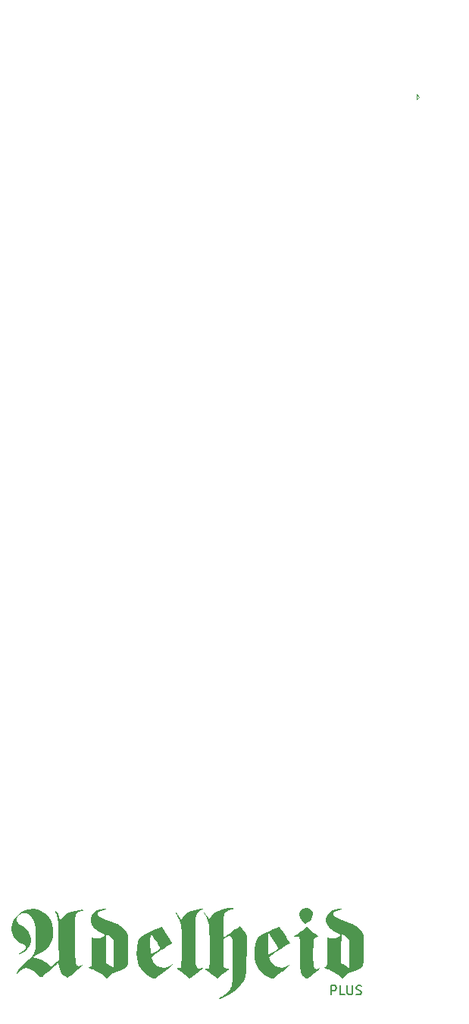
<source format=gto>
G04 #@! TF.GenerationSoftware,KiCad,Pcbnew,(5.1.9-0-10_14)*
G04 #@! TF.CreationDate,2021-10-05T14:43:53-07:00*
G04 #@! TF.ProjectId,adelheid,6164656c-6865-4696-942e-6b696361645f,2.0*
G04 #@! TF.SameCoordinates,Original*
G04 #@! TF.FileFunction,Legend,Top*
G04 #@! TF.FilePolarity,Positive*
%FSLAX46Y46*%
G04 Gerber Fmt 4.6, Leading zero omitted, Abs format (unit mm)*
G04 Created by KiCad (PCBNEW (5.1.9-0-10_14)) date 2021-10-05 14:43:53*
%MOMM*%
%LPD*%
G01*
G04 APERTURE LIST*
%ADD10C,0.150000*%
%ADD11C,0.120000*%
%ADD12C,0.100000*%
%ADD13C,4.089800*%
%ADD14C,3.150000*%
%ADD15C,1.852000*%
%ADD16C,2.102000*%
%ADD17C,0.752000*%
%ADD18O,1.002000X2.502000*%
%ADD19O,1.002000X1.802000*%
%ADD20C,4.502000*%
G04 APERTURE END LIST*
D10*
X302625333Y-147010380D02*
X302625333Y-146010380D01*
X303006285Y-146010380D01*
X303101523Y-146058000D01*
X303149142Y-146105619D01*
X303196761Y-146200857D01*
X303196761Y-146343714D01*
X303149142Y-146438952D01*
X303101523Y-146486571D01*
X303006285Y-146534190D01*
X302625333Y-146534190D01*
X304101523Y-147010380D02*
X303625333Y-147010380D01*
X303625333Y-146010380D01*
X304434857Y-146010380D02*
X304434857Y-146819904D01*
X304482476Y-146915142D01*
X304530095Y-146962761D01*
X304625333Y-147010380D01*
X304815809Y-147010380D01*
X304911047Y-146962761D01*
X304958666Y-146915142D01*
X305006285Y-146819904D01*
X305006285Y-146010380D01*
X305434857Y-146962761D02*
X305577714Y-147010380D01*
X305815809Y-147010380D01*
X305911047Y-146962761D01*
X305958666Y-146915142D01*
X306006285Y-146819904D01*
X306006285Y-146724666D01*
X305958666Y-146629428D01*
X305911047Y-146581809D01*
X305815809Y-146534190D01*
X305625333Y-146486571D01*
X305530095Y-146438952D01*
X305482476Y-146391333D01*
X305434857Y-146296095D01*
X305434857Y-146200857D01*
X305482476Y-146105619D01*
X305530095Y-146058000D01*
X305625333Y-146010380D01*
X305863428Y-146010380D01*
X306006285Y-146058000D01*
D11*
X316255400Y-39793800D02*
X316255400Y-38793800D01*
X315755400Y-39293800D02*
X316755400Y-39293800D01*
X312155400Y-46493800D02*
X312455400Y-46793800D01*
X312155400Y-47093800D02*
X312155400Y-46493800D01*
X312455400Y-46793800D02*
X312155400Y-47093800D01*
D12*
G36*
X291595280Y-137366049D02*
G01*
X291742828Y-137387656D01*
X291792190Y-137418669D01*
X291738317Y-137454996D01*
X291576158Y-137492545D01*
X291529843Y-137499908D01*
X291202873Y-137584568D01*
X290918119Y-137725931D01*
X290741901Y-137872597D01*
X290705045Y-137920321D01*
X290676674Y-137981746D01*
X290655400Y-138071979D01*
X290639838Y-138206123D01*
X290628601Y-138399285D01*
X290620302Y-138666571D01*
X290613556Y-139023085D01*
X290609232Y-139318034D01*
X290590978Y-140637087D01*
X290752250Y-140531459D01*
X290855298Y-140461019D01*
X291029980Y-140338503D01*
X291255186Y-140178838D01*
X291509809Y-139996950D01*
X291620615Y-139917399D01*
X291871814Y-139738315D01*
X292093617Y-139583071D01*
X292267927Y-139464113D01*
X292376648Y-139393887D01*
X292400485Y-139381040D01*
X292479125Y-139407219D01*
X292595608Y-139513910D01*
X292733519Y-139680892D01*
X292876445Y-139887944D01*
X293007974Y-140114846D01*
X293028270Y-140154438D01*
X293182887Y-140462425D01*
X293176084Y-142499253D01*
X293173030Y-143099797D01*
X293167302Y-143598703D01*
X293157480Y-144008742D01*
X293142143Y-144342683D01*
X293119872Y-144613297D01*
X293089247Y-144833354D01*
X293048849Y-145015624D01*
X292997256Y-145172876D01*
X292933050Y-145317881D01*
X292854809Y-145463409D01*
X292844499Y-145481361D01*
X292573989Y-145862134D01*
X292206619Y-146244847D01*
X291758860Y-146615722D01*
X291247181Y-146960980D01*
X290741901Y-147240285D01*
X290441068Y-147386221D01*
X290229520Y-147478480D01*
X290097442Y-147520563D01*
X290035016Y-147515970D01*
X290026811Y-147495321D01*
X290074419Y-147445768D01*
X290199798Y-147365064D01*
X290376777Y-147269883D01*
X290394178Y-147261258D01*
X290763145Y-147026355D01*
X291091285Y-146715640D01*
X291350596Y-146358816D01*
X291465604Y-146124751D01*
X291498627Y-146038586D01*
X291525721Y-145953682D01*
X291547597Y-145857937D01*
X291564963Y-145739251D01*
X291578526Y-145585521D01*
X291588997Y-145384649D01*
X291597082Y-145124531D01*
X291603491Y-144793068D01*
X291608933Y-144378159D01*
X291614115Y-143867702D01*
X291617161Y-143536316D01*
X291622287Y-142889980D01*
X291624595Y-142348111D01*
X291623534Y-141900780D01*
X291618556Y-141538064D01*
X291609111Y-141250034D01*
X291594650Y-141026765D01*
X291574624Y-140858332D01*
X291548484Y-140734806D01*
X291515680Y-140646263D01*
X291475662Y-140582777D01*
X291452287Y-140556837D01*
X291332694Y-140471158D01*
X291200690Y-140459161D01*
X291031766Y-140523736D01*
X290862812Y-140626332D01*
X290592260Y-140805539D01*
X290609873Y-142376285D01*
X290627487Y-143947032D01*
X290768356Y-144061023D01*
X290954072Y-144149003D01*
X291068694Y-144151608D01*
X291191963Y-144146735D01*
X291214855Y-144184192D01*
X291136305Y-144265872D01*
X290955251Y-144393671D01*
X290920060Y-144416376D01*
X290720227Y-144554216D01*
X290483961Y-144731687D01*
X290260037Y-144912062D01*
X290245238Y-144924565D01*
X289878518Y-145235664D01*
X289563228Y-144943760D01*
X289343254Y-144759252D01*
X289089947Y-144574498D01*
X288895382Y-144451631D01*
X288679363Y-144315398D01*
X288566219Y-144211560D01*
X288557232Y-144142457D01*
X288653687Y-144110426D01*
X288706959Y-144108388D01*
X288790951Y-144108041D01*
X288860453Y-144100432D01*
X288916757Y-144075708D01*
X288961150Y-144024015D01*
X288994923Y-143935499D01*
X289019364Y-143800307D01*
X289035763Y-143608586D01*
X289045410Y-143350482D01*
X289049593Y-143016142D01*
X289049603Y-142595712D01*
X289046728Y-142079339D01*
X289042863Y-141541402D01*
X289025685Y-139159964D01*
X288845186Y-138714819D01*
X288740557Y-138477864D01*
X288628443Y-138257118D01*
X288530375Y-138094453D01*
X288516016Y-138074755D01*
X288436717Y-137949617D01*
X288411595Y-137863359D01*
X288420406Y-137847043D01*
X288488244Y-137869607D01*
X288594916Y-137989061D01*
X288734149Y-138197147D01*
X288884708Y-138458126D01*
X289041074Y-138744064D01*
X289106578Y-138545585D01*
X289264621Y-138241423D01*
X289518803Y-137968870D01*
X289853226Y-137736326D01*
X290251996Y-137552189D01*
X290699214Y-137424856D01*
X291178986Y-137362726D01*
X291354596Y-137357937D01*
X291595280Y-137366049D01*
G37*
G36*
X283731568Y-139491674D02*
G01*
X283822050Y-139616367D01*
X283948326Y-139801591D01*
X284098575Y-140028854D01*
X284260977Y-140279667D01*
X284423710Y-140535540D01*
X284574953Y-140777981D01*
X284702885Y-140988501D01*
X284795685Y-141148609D01*
X284841532Y-141239816D01*
X284843981Y-141253062D01*
X284792672Y-141292154D01*
X284658426Y-141383876D01*
X284454747Y-141519298D01*
X284195140Y-141689488D01*
X283893110Y-141885517D01*
X283676085Y-142025359D01*
X283314711Y-142258061D01*
X283038704Y-142438154D01*
X282837006Y-142574611D01*
X282698554Y-142676405D01*
X282612290Y-142752507D01*
X282567152Y-142811891D01*
X282552081Y-142863529D01*
X282556015Y-142916394D01*
X282558838Y-142931715D01*
X282607921Y-143083599D01*
X282693799Y-143270134D01*
X282734813Y-143344528D01*
X282970051Y-143643173D01*
X283263346Y-143855680D01*
X283595084Y-143979048D01*
X283945652Y-144010275D01*
X284295436Y-143946362D01*
X284624822Y-143784307D01*
X284783940Y-143658042D01*
X284887085Y-143569207D01*
X284928698Y-143557120D01*
X284927048Y-143616541D01*
X284926958Y-143617029D01*
X284876946Y-143683785D01*
X284748255Y-143807812D01*
X284553854Y-143977884D01*
X284306709Y-144182773D01*
X284019787Y-144411256D01*
X283919205Y-144489439D01*
X283630352Y-144712073D01*
X283373591Y-144908895D01*
X283162109Y-145069885D01*
X283009092Y-145185024D01*
X282927725Y-145244293D01*
X282918079Y-145250114D01*
X282862477Y-145228704D01*
X282731943Y-145175592D01*
X282589874Y-145116856D01*
X282089122Y-144859411D01*
X281679611Y-144538448D01*
X281352391Y-144145693D01*
X281148777Y-143784711D01*
X281014737Y-143403361D01*
X280929647Y-142948781D01*
X280894578Y-142451655D01*
X280910604Y-141942667D01*
X280978795Y-141452504D01*
X281010914Y-141324303D01*
X282418252Y-141324303D01*
X282419310Y-141686997D01*
X282422270Y-142007811D01*
X282426814Y-142270292D01*
X282432620Y-142457986D01*
X282439371Y-142554440D01*
X282442325Y-142563793D01*
X282498207Y-142535783D01*
X282629091Y-142460402D01*
X282812772Y-142350625D01*
X282942888Y-142271312D01*
X283156350Y-142137826D01*
X283337641Y-142019945D01*
X283461016Y-141934632D01*
X283495144Y-141907467D01*
X283513012Y-141865556D01*
X283498005Y-141791635D01*
X283443464Y-141672762D01*
X283342731Y-141495996D01*
X283189145Y-141248394D01*
X283021936Y-140987814D01*
X282842818Y-140711842D01*
X282685033Y-140470264D01*
X282559104Y-140279071D01*
X282475559Y-140154255D01*
X282445608Y-140112169D01*
X282437622Y-140158388D01*
X282430554Y-140303048D01*
X282424767Y-140530174D01*
X282420619Y-140823794D01*
X282418471Y-141167935D01*
X282418252Y-141324303D01*
X281010914Y-141324303D01*
X281056485Y-141142411D01*
X281133585Y-140926776D01*
X281229592Y-140744688D01*
X281358552Y-140584967D01*
X281534514Y-140436434D01*
X281771525Y-140287912D01*
X282083634Y-140128221D01*
X282484888Y-139946182D01*
X282649142Y-139875054D01*
X282963363Y-139740985D01*
X283241348Y-139624037D01*
X283466105Y-139531224D01*
X283620646Y-139469557D01*
X283687979Y-139446049D01*
X283688702Y-139446000D01*
X283731568Y-139491674D01*
G37*
G36*
X296889226Y-139491674D02*
G01*
X296979707Y-139616367D01*
X297105984Y-139801591D01*
X297256233Y-140028854D01*
X297418635Y-140279667D01*
X297581367Y-140535540D01*
X297732610Y-140777981D01*
X297860542Y-140988501D01*
X297953342Y-141148609D01*
X297999189Y-141239816D01*
X298001639Y-141253062D01*
X297950330Y-141292154D01*
X297816083Y-141383876D01*
X297612405Y-141519298D01*
X297352798Y-141689488D01*
X297050768Y-141885517D01*
X296833743Y-142025359D01*
X296472368Y-142258061D01*
X296196362Y-142438154D01*
X295994663Y-142574611D01*
X295856212Y-142676405D01*
X295769947Y-142752507D01*
X295724810Y-142811891D01*
X295709738Y-142863529D01*
X295713673Y-142916394D01*
X295716496Y-142931715D01*
X295765579Y-143083599D01*
X295851456Y-143270134D01*
X295892470Y-143344528D01*
X296127708Y-143643173D01*
X296421003Y-143855680D01*
X296752742Y-143979048D01*
X297103310Y-144010275D01*
X297453094Y-143946362D01*
X297782479Y-143784307D01*
X297941597Y-143658042D01*
X298044743Y-143569207D01*
X298086355Y-143557120D01*
X298084705Y-143616541D01*
X298084615Y-143617029D01*
X298034603Y-143683785D01*
X297905913Y-143807812D01*
X297711511Y-143977884D01*
X297464366Y-144182773D01*
X297177445Y-144411256D01*
X297076863Y-144489439D01*
X296788010Y-144712073D01*
X296531249Y-144908895D01*
X296319767Y-145069885D01*
X296166749Y-145185024D01*
X296085383Y-145244293D01*
X296075737Y-145250114D01*
X296020134Y-145228704D01*
X295889601Y-145175592D01*
X295747532Y-145116856D01*
X295246779Y-144859411D01*
X294837269Y-144538448D01*
X294510049Y-144145693D01*
X294306435Y-143784711D01*
X294172394Y-143403361D01*
X294087304Y-142948781D01*
X294052236Y-142451655D01*
X294068262Y-141942667D01*
X294136453Y-141452504D01*
X294168571Y-141324303D01*
X295575910Y-141324303D01*
X295576968Y-141686997D01*
X295579928Y-142007811D01*
X295584471Y-142270292D01*
X295590278Y-142457986D01*
X295597028Y-142554440D01*
X295599982Y-142563793D01*
X295655865Y-142535783D01*
X295786749Y-142460402D01*
X295970429Y-142350625D01*
X296100545Y-142271312D01*
X296314007Y-142137826D01*
X296495299Y-142019945D01*
X296618674Y-141934632D01*
X296652802Y-141907467D01*
X296670669Y-141865556D01*
X296655663Y-141791635D01*
X296601122Y-141672762D01*
X296500389Y-141495996D01*
X296346803Y-141248394D01*
X296179594Y-140987814D01*
X296000476Y-140711842D01*
X295842690Y-140470264D01*
X295716762Y-140279071D01*
X295633216Y-140154255D01*
X295603265Y-140112169D01*
X295595279Y-140158388D01*
X295588212Y-140303048D01*
X295582424Y-140530174D01*
X295578276Y-140823794D01*
X295576129Y-141167935D01*
X295575910Y-141324303D01*
X294168571Y-141324303D01*
X294214142Y-141142411D01*
X294291243Y-140926776D01*
X294387250Y-140744688D01*
X294516210Y-140584967D01*
X294692172Y-140436434D01*
X294929183Y-140287912D01*
X295241292Y-140128221D01*
X295642546Y-139946182D01*
X295806800Y-139875054D01*
X296121021Y-139740985D01*
X296399005Y-139624037D01*
X296623763Y-139531224D01*
X296778303Y-139469557D01*
X296845637Y-139446049D01*
X296846359Y-139446000D01*
X296889226Y-139491674D01*
G37*
G36*
X300230991Y-139705607D02*
G01*
X300442043Y-139903073D01*
X300679506Y-140098083D01*
X300893628Y-140249904D01*
X300902699Y-140255550D01*
X301107579Y-140390291D01*
X301212136Y-140482125D01*
X301219628Y-140536745D01*
X301133309Y-140559844D01*
X301077774Y-140561541D01*
X300900346Y-140612680D01*
X300777436Y-140709053D01*
X300733808Y-140758100D01*
X300700250Y-140810622D01*
X300675218Y-140881613D01*
X300657168Y-140986066D01*
X300644556Y-141138974D01*
X300635839Y-141355330D01*
X300629471Y-141650129D01*
X300623910Y-142038362D01*
X300621572Y-142222561D01*
X300617337Y-142731148D01*
X300619899Y-143137685D01*
X300630903Y-143454424D01*
X300651992Y-143693613D01*
X300684808Y-143867501D01*
X300730995Y-143988339D01*
X300792195Y-144068375D01*
X300870052Y-144119860D01*
X300876454Y-144122841D01*
X301004164Y-144158456D01*
X301129942Y-144125220D01*
X301192840Y-144091695D01*
X301343479Y-144012763D01*
X301402208Y-144001651D01*
X301368999Y-144058406D01*
X301243829Y-144183075D01*
X301053215Y-144352789D01*
X300716632Y-144643045D01*
X300453470Y-144864529D01*
X300251044Y-145023810D01*
X300096668Y-145127456D01*
X299977657Y-145182038D01*
X299881325Y-145194124D01*
X299794988Y-145170284D01*
X299705959Y-145117087D01*
X299652134Y-145078345D01*
X299522877Y-144972610D01*
X299416308Y-144855505D01*
X299330289Y-144715407D01*
X299262681Y-144540695D01*
X299211345Y-144319748D01*
X299174141Y-144040943D01*
X299148931Y-143692660D01*
X299133576Y-143263276D01*
X299125937Y-142741171D01*
X299123907Y-142208261D01*
X299123260Y-141740937D01*
X299121462Y-141374990D01*
X299117592Y-141097382D01*
X299110729Y-140895076D01*
X299099951Y-140755034D01*
X299084338Y-140664219D01*
X299062967Y-140609594D01*
X299034918Y-140578120D01*
X299007509Y-140561095D01*
X298854803Y-140528184D01*
X298680290Y-140557944D01*
X298504856Y-140588293D01*
X298420952Y-140566727D01*
X298435542Y-140505634D01*
X298555590Y-140417400D01*
X298590746Y-140398666D01*
X298815330Y-140264184D01*
X299086245Y-140071646D01*
X299370862Y-139845795D01*
X299636550Y-139611374D01*
X299666703Y-139582799D01*
X299896009Y-139363503D01*
X300230991Y-139705607D01*
G37*
G36*
X277396383Y-137427288D02*
G01*
X277449957Y-137459147D01*
X277426881Y-137505765D01*
X277354104Y-137532920D01*
X277210866Y-137561519D01*
X277145612Y-137570853D01*
X276853743Y-137635257D01*
X276646186Y-137738745D01*
X276531537Y-137873697D01*
X276518394Y-138032492D01*
X276544748Y-138103537D01*
X276633460Y-138228475D01*
X276778263Y-138345720D01*
X276993982Y-138463702D01*
X277295440Y-138590853D01*
X277592017Y-138699158D01*
X278199948Y-138928950D01*
X278701473Y-139157567D01*
X279104432Y-139390016D01*
X279416665Y-139631299D01*
X279646013Y-139886422D01*
X279767185Y-140087483D01*
X279929739Y-140418523D01*
X279929739Y-141991721D01*
X279928366Y-142494897D01*
X279923887Y-142895640D01*
X279915764Y-143205905D01*
X279903458Y-143437645D01*
X279886431Y-143602813D01*
X279864145Y-143713363D01*
X279850384Y-143753029D01*
X279725576Y-143929321D01*
X279501461Y-144095323D01*
X279172370Y-144254621D01*
X278892857Y-144358524D01*
X278501774Y-144505093D01*
X278198562Y-144652536D01*
X277957460Y-144815092D01*
X277788802Y-144968863D01*
X277663708Y-145093432D01*
X277573049Y-145175685D01*
X277543703Y-145195325D01*
X277492332Y-145157445D01*
X277398648Y-145064240D01*
X277379688Y-145043775D01*
X277192287Y-144876699D01*
X276929952Y-144692046D01*
X276625925Y-144509494D01*
X276313453Y-144348721D01*
X276025778Y-144229407D01*
X275975814Y-144212778D01*
X275728508Y-144122781D01*
X275589609Y-144044214D01*
X275560657Y-143978541D01*
X275643196Y-143927220D01*
X275667113Y-143920370D01*
X275732696Y-143891381D01*
X275784702Y-143834557D01*
X275824648Y-143737940D01*
X275854050Y-143589571D01*
X275874425Y-143377492D01*
X275887290Y-143089743D01*
X275894160Y-142714368D01*
X275896554Y-142239406D01*
X275896631Y-142110643D01*
X275896631Y-141929968D01*
X277441225Y-141929968D01*
X277441225Y-143527225D01*
X277612168Y-143564770D01*
X277745008Y-143623359D01*
X277915911Y-143737228D01*
X278055524Y-143853080D01*
X278197014Y-143981780D01*
X278300545Y-144073042D01*
X278342239Y-144106116D01*
X278345983Y-144051962D01*
X278349361Y-143898009D01*
X278352240Y-143658875D01*
X278354484Y-143349174D01*
X278355961Y-142983524D01*
X278356537Y-142576541D01*
X278356541Y-142543649D01*
X278356267Y-142079511D01*
X278354741Y-141715549D01*
X278350908Y-141437526D01*
X278343711Y-141231204D01*
X278332095Y-141082344D01*
X278315003Y-140976710D01*
X278291379Y-140900062D01*
X278260167Y-140838164D01*
X278226133Y-140785399D01*
X278089992Y-140633509D01*
X277906712Y-140490624D01*
X277715062Y-140382320D01*
X277553810Y-140334171D01*
X277541338Y-140333653D01*
X277511882Y-140340194D01*
X277488821Y-140368681D01*
X277471379Y-140431486D01*
X277458781Y-140540977D01*
X277450250Y-140709525D01*
X277445011Y-140949500D01*
X277442289Y-141273271D01*
X277441306Y-141693209D01*
X277441225Y-141929968D01*
X275896631Y-141929968D01*
X275896631Y-140635211D01*
X276193045Y-140693819D01*
X276450756Y-140718948D01*
X276713660Y-140701440D01*
X276957177Y-140648421D01*
X277156724Y-140567016D01*
X277287721Y-140464351D01*
X277326811Y-140365179D01*
X277278113Y-140312459D01*
X277149855Y-140233681D01*
X276968794Y-140145069D01*
X276950714Y-140137119D01*
X276630962Y-139963686D01*
X276325144Y-139736762D01*
X276063002Y-139482369D01*
X275874281Y-139226528D01*
X275843592Y-139168576D01*
X275738510Y-138830793D01*
X275740358Y-138493170D01*
X275843163Y-138174416D01*
X276040956Y-137893242D01*
X276321124Y-137672225D01*
X276483445Y-137595538D01*
X276680956Y-137528917D01*
X276892331Y-137475571D01*
X277096244Y-137438710D01*
X277271370Y-137421546D01*
X277396383Y-137427288D01*
G37*
G36*
X288426206Y-137404153D02*
G01*
X288372211Y-137455089D01*
X288255674Y-137510424D01*
X288185334Y-137532479D01*
X287898199Y-137665650D01*
X287678546Y-137885737D01*
X287538427Y-138179565D01*
X287517290Y-138262751D01*
X287501593Y-138394397D01*
X287488000Y-138623347D01*
X287476521Y-138934870D01*
X287467166Y-139314237D01*
X287459947Y-139746717D01*
X287454873Y-140217581D01*
X287451954Y-140712097D01*
X287451200Y-141215536D01*
X287452623Y-141713168D01*
X287456231Y-142190263D01*
X287462036Y-142632089D01*
X287470047Y-143023918D01*
X287480275Y-143351019D01*
X287492730Y-143598662D01*
X287507422Y-143752117D01*
X287513454Y-143782170D01*
X287605408Y-143970956D01*
X287756445Y-144069505D01*
X287975241Y-144081615D01*
X288130314Y-144052126D01*
X288285511Y-144018957D01*
X288387253Y-144008278D01*
X288405297Y-144012399D01*
X288372326Y-144051586D01*
X288263613Y-144133664D01*
X288101246Y-144242193D01*
X288069397Y-144262406D01*
X287854984Y-144406196D01*
X287598757Y-144590838D01*
X287346216Y-144783244D01*
X287272335Y-144842080D01*
X287081325Y-144992251D01*
X286921917Y-145110106D01*
X286815693Y-145180087D01*
X286786074Y-145192615D01*
X286726275Y-145154624D01*
X286603851Y-145054334D01*
X286438773Y-144908623D01*
X286312510Y-144792361D01*
X286101839Y-144606543D01*
X285890253Y-144438863D01*
X285710228Y-144314310D01*
X285640325Y-144275103D01*
X285468280Y-144177986D01*
X285402166Y-144106246D01*
X285443105Y-144063061D01*
X285561405Y-144051180D01*
X285644609Y-144049096D01*
X285713298Y-144036172D01*
X285768863Y-144002401D01*
X285812696Y-143937776D01*
X285846187Y-143832289D01*
X285870728Y-143675934D01*
X285887710Y-143458703D01*
X285898525Y-143170590D01*
X285904563Y-142801586D01*
X285907216Y-142341685D01*
X285907875Y-141780879D01*
X285907892Y-141558894D01*
X285907502Y-140986466D01*
X285905995Y-140516352D01*
X285902864Y-140136453D01*
X285897600Y-139834672D01*
X285889697Y-139598909D01*
X285878648Y-139417065D01*
X285863945Y-139277043D01*
X285845081Y-139166743D01*
X285821549Y-139074067D01*
X285801037Y-139010314D01*
X285689462Y-138727183D01*
X285548512Y-138427391D01*
X285401160Y-138157297D01*
X285303802Y-138006970D01*
X285255029Y-137906379D01*
X285266157Y-137851896D01*
X285332482Y-137874304D01*
X285437109Y-137986033D01*
X285569167Y-138173095D01*
X285717789Y-138421502D01*
X285740074Y-138461794D01*
X285890348Y-138736146D01*
X285988273Y-138479733D01*
X286121082Y-138228855D01*
X286318220Y-138018080D01*
X286590513Y-137841246D01*
X286948787Y-137692187D01*
X287403869Y-137564740D01*
X287709919Y-137499562D01*
X287942407Y-137454048D01*
X288144784Y-137413928D01*
X288279868Y-137386585D01*
X288296293Y-137383139D01*
X288405089Y-137374531D01*
X288426206Y-137404153D01*
G37*
G36*
X303711699Y-137427288D02*
G01*
X303765273Y-137459147D01*
X303742196Y-137505765D01*
X303669420Y-137532920D01*
X303526181Y-137561519D01*
X303460927Y-137570853D01*
X303169058Y-137635257D01*
X302961501Y-137738745D01*
X302846853Y-137873697D01*
X302833709Y-138032492D01*
X302860063Y-138103537D01*
X302948775Y-138228475D01*
X303093579Y-138345720D01*
X303309298Y-138463702D01*
X303610756Y-138590853D01*
X303907332Y-138699158D01*
X304515264Y-138928950D01*
X305016789Y-139157567D01*
X305419747Y-139390016D01*
X305731980Y-139631299D01*
X305961328Y-139886422D01*
X306082500Y-140087483D01*
X306245054Y-140418523D01*
X306245054Y-141991721D01*
X306243681Y-142494897D01*
X306239202Y-142895640D01*
X306231079Y-143205905D01*
X306218773Y-143437645D01*
X306201747Y-143602813D01*
X306179460Y-143713363D01*
X306165699Y-143753029D01*
X306040891Y-143929321D01*
X305816776Y-144095323D01*
X305487685Y-144254621D01*
X305208172Y-144358524D01*
X304817089Y-144505093D01*
X304513877Y-144652536D01*
X304272775Y-144815092D01*
X304104118Y-144968863D01*
X303979023Y-145093432D01*
X303888364Y-145175685D01*
X303859018Y-145195325D01*
X303807648Y-145157445D01*
X303713963Y-145064240D01*
X303695004Y-145043775D01*
X303507603Y-144876699D01*
X303245267Y-144692046D01*
X302941241Y-144509494D01*
X302628768Y-144348721D01*
X302341094Y-144229407D01*
X302291129Y-144212778D01*
X302043824Y-144122781D01*
X301904924Y-144044214D01*
X301875972Y-143978541D01*
X301958511Y-143927220D01*
X301982428Y-143920370D01*
X302048011Y-143891381D01*
X302100018Y-143834557D01*
X302139963Y-143737940D01*
X302169366Y-143589571D01*
X302189741Y-143377492D01*
X302202605Y-143089743D01*
X302209476Y-142714368D01*
X302211869Y-142239406D01*
X302211946Y-142110643D01*
X302211946Y-141929968D01*
X303756541Y-141929968D01*
X303756541Y-143527225D01*
X303927483Y-143564770D01*
X304060323Y-143623359D01*
X304231226Y-143737228D01*
X304370839Y-143853080D01*
X304512329Y-143981780D01*
X304615861Y-144073042D01*
X304657554Y-144106116D01*
X304661298Y-144051962D01*
X304664677Y-143898009D01*
X304667555Y-143658875D01*
X304669800Y-143349174D01*
X304671277Y-142983524D01*
X304671853Y-142576541D01*
X304671856Y-142543649D01*
X304671582Y-142079511D01*
X304670057Y-141715549D01*
X304666223Y-141437526D01*
X304659027Y-141231204D01*
X304647410Y-141082344D01*
X304630318Y-140976710D01*
X304606694Y-140900062D01*
X304575483Y-140838164D01*
X304541448Y-140785399D01*
X304405307Y-140633509D01*
X304222027Y-140490624D01*
X304030377Y-140382320D01*
X303869125Y-140334171D01*
X303856653Y-140333653D01*
X303827197Y-140340194D01*
X303804136Y-140368681D01*
X303786694Y-140431486D01*
X303774096Y-140540977D01*
X303765565Y-140709525D01*
X303760327Y-140949500D01*
X303757604Y-141273271D01*
X303756622Y-141693209D01*
X303756541Y-141929968D01*
X302211946Y-141929968D01*
X302211946Y-140635211D01*
X302508361Y-140693819D01*
X302766071Y-140718948D01*
X303028975Y-140701440D01*
X303272492Y-140648421D01*
X303472039Y-140567016D01*
X303603036Y-140464351D01*
X303642126Y-140365179D01*
X303593428Y-140312459D01*
X303465170Y-140233681D01*
X303284109Y-140145069D01*
X303266030Y-140137119D01*
X302946278Y-139963686D01*
X302640459Y-139736762D01*
X302378317Y-139482369D01*
X302189597Y-139226528D01*
X302158908Y-139168576D01*
X302053826Y-138830793D01*
X302055673Y-138493170D01*
X302158478Y-138174416D01*
X302356271Y-137893242D01*
X302636440Y-137672225D01*
X302798760Y-137595538D01*
X302996271Y-137528917D01*
X303207646Y-137475571D01*
X303411560Y-137438710D01*
X303586686Y-137421546D01*
X303711699Y-137427288D01*
G37*
G36*
X269491850Y-137452078D02*
G01*
X269682185Y-137468612D01*
X269848368Y-137509581D01*
X270035475Y-137584668D01*
X270188007Y-137655567D01*
X270640085Y-137924713D01*
X270999979Y-138259511D01*
X271268147Y-138660956D01*
X271445046Y-139130042D01*
X271531134Y-139667765D01*
X271526869Y-140275119D01*
X271502941Y-140513960D01*
X271430641Y-140921286D01*
X271314198Y-141268725D01*
X271141490Y-141571105D01*
X270900392Y-141843259D01*
X270578778Y-142100016D01*
X270164524Y-142356206D01*
X269866250Y-142515927D01*
X269297478Y-142808086D01*
X269902731Y-143021066D01*
X270316149Y-143177119D01*
X270636368Y-143324871D01*
X270882818Y-143476163D01*
X271074925Y-143642839D01*
X271225660Y-143827458D01*
X271267635Y-143880562D01*
X271311809Y-143899374D01*
X271376571Y-143874476D01*
X271480311Y-143796448D01*
X271641421Y-143655873D01*
X271748939Y-143559453D01*
X272185303Y-143167359D01*
X272164196Y-140963436D01*
X272157805Y-140361191D01*
X272150311Y-139860510D01*
X272140352Y-139448541D01*
X272126564Y-139112435D01*
X272107582Y-138839340D01*
X272082043Y-138616407D01*
X272048582Y-138430784D01*
X272005837Y-138269622D01*
X271952444Y-138120069D01*
X271887037Y-137969275D01*
X271834708Y-137858856D01*
X271773348Y-137700393D01*
X271760701Y-137592149D01*
X271770451Y-137571144D01*
X271835204Y-137572744D01*
X271922030Y-137665043D01*
X272019824Y-137829240D01*
X272117482Y-138046535D01*
X272203900Y-138298128D01*
X272207846Y-138311685D01*
X272327815Y-138727624D01*
X272532144Y-138453932D01*
X272788946Y-138193305D01*
X273137821Y-137964052D01*
X273558643Y-137775142D01*
X274031286Y-137635541D01*
X274535624Y-137554217D01*
X274555643Y-137552351D01*
X274780508Y-137541368D01*
X274927274Y-137551625D01*
X274987986Y-137576908D01*
X274954690Y-137611001D01*
X274819430Y-137647690D01*
X274701546Y-137666346D01*
X274403931Y-137748496D01*
X274192788Y-137905038D01*
X274066860Y-138136922D01*
X274063628Y-138147605D01*
X274046355Y-138264899D01*
X274032899Y-138487649D01*
X274023233Y-138817448D01*
X274017331Y-139255889D01*
X274015169Y-139804566D01*
X274016721Y-140465071D01*
X274019346Y-140904784D01*
X274023838Y-141511998D01*
X274028268Y-142015506D01*
X274033164Y-142426014D01*
X274039054Y-142754229D01*
X274046466Y-143010857D01*
X274055928Y-143206604D01*
X274067967Y-143352178D01*
X274083111Y-143458284D01*
X274101887Y-143535629D01*
X274124825Y-143594920D01*
X274152450Y-143646863D01*
X274154708Y-143650730D01*
X274286695Y-143812555D01*
X274432276Y-143861848D01*
X274600050Y-143800030D01*
X274683101Y-143738009D01*
X274798289Y-143655767D01*
X274874077Y-143628708D01*
X274884873Y-143634952D01*
X274851755Y-143684045D01*
X274743877Y-143794959D01*
X274573929Y-143955737D01*
X274354601Y-144154426D01*
X274098586Y-144379068D01*
X274055677Y-144416095D01*
X273762082Y-144667937D01*
X273541448Y-144853370D01*
X273380525Y-144981203D01*
X273266061Y-145060249D01*
X273184807Y-145099318D01*
X273123511Y-145107222D01*
X273068923Y-145092771D01*
X273050250Y-145084656D01*
X272718596Y-144876367D01*
X272467752Y-144589541D01*
X272296337Y-144222043D01*
X272203547Y-143776899D01*
X272176168Y-143594547D01*
X272144564Y-143471018D01*
X272117593Y-143433982D01*
X272063039Y-143476000D01*
X271937975Y-143583217D01*
X271756188Y-143743470D01*
X271531464Y-143944596D01*
X271277591Y-144174433D01*
X271255883Y-144194198D01*
X270993958Y-144432011D01*
X270754291Y-144648162D01*
X270552308Y-144828851D01*
X270403438Y-144960280D01*
X270323106Y-145028649D01*
X270321987Y-145029526D01*
X270261547Y-145068519D01*
X270202759Y-145071403D01*
X270124933Y-145026552D01*
X270007377Y-144922335D01*
X269842168Y-144759858D01*
X269504306Y-144465101D01*
X269159518Y-144241823D01*
X268827046Y-144100393D01*
X268527092Y-144051180D01*
X268230323Y-144103341D01*
X267947568Y-144245176D01*
X267717862Y-144454717D01*
X267656518Y-144541123D01*
X267561218Y-144670049D01*
X267492125Y-144699545D01*
X267468287Y-144684458D01*
X267461648Y-144601967D01*
X267525382Y-144458182D01*
X267646450Y-144270127D01*
X267811814Y-144054823D01*
X268008434Y-143829293D01*
X268223272Y-143610557D01*
X268435012Y-143422390D01*
X268797583Y-143119921D01*
X269078580Y-142863900D01*
X269288306Y-142632590D01*
X269437065Y-142404257D01*
X269535162Y-142157164D01*
X269592900Y-141869577D01*
X269620584Y-141519759D01*
X269628518Y-141085974D01*
X269628523Y-140904784D01*
X269611100Y-140207041D01*
X269561078Y-139613466D01*
X269476466Y-139117984D01*
X269355271Y-138714518D01*
X269195501Y-138396992D01*
X268995164Y-138159329D01*
X268752268Y-137995454D01*
X268661781Y-137956283D01*
X268350931Y-137892782D01*
X268047141Y-137930776D01*
X267775217Y-138062301D01*
X267559968Y-138279391D01*
X267534456Y-138318269D01*
X267449102Y-138549210D01*
X267474150Y-138779321D01*
X267605749Y-139001732D01*
X267840047Y-139209571D01*
X268126390Y-139374132D01*
X268496765Y-139607541D01*
X268774702Y-139908080D01*
X268959194Y-140274093D01*
X269049232Y-140703925D01*
X269058646Y-140904784D01*
X269050582Y-141168128D01*
X269017525Y-141366293D01*
X268949934Y-141547464D01*
X268918865Y-141610874D01*
X268684454Y-141950035D01*
X268362062Y-142219696D01*
X267948913Y-142421982D01*
X267787509Y-142475717D01*
X267679693Y-142494572D01*
X267657595Y-142469058D01*
X267709639Y-142415011D01*
X267824248Y-142348264D01*
X267906345Y-142313174D01*
X268162826Y-142182548D01*
X268359992Y-142017472D01*
X268479361Y-141837379D01*
X268505505Y-141683193D01*
X268480289Y-141572317D01*
X268412092Y-141496757D01*
X268271408Y-141428710D01*
X268211077Y-141405760D01*
X267775500Y-141190661D01*
X267421888Y-140902341D01*
X267156600Y-140549606D01*
X266985994Y-140141261D01*
X266916429Y-139686112D01*
X266915099Y-139611043D01*
X266970316Y-139163716D01*
X267128035Y-138734577D01*
X267376360Y-138339969D01*
X267703394Y-137996237D01*
X268097238Y-137719723D01*
X268393760Y-137579739D01*
X268627245Y-137506337D01*
X268882975Y-137465528D01*
X269204656Y-137450564D01*
X269232289Y-137450299D01*
X269491850Y-137452078D01*
G37*
G36*
X300244863Y-137458528D02*
G01*
X300429658Y-137619427D01*
X300540805Y-137838183D01*
X300571570Y-138095067D01*
X300515216Y-138370352D01*
X300406337Y-138585330D01*
X300297278Y-138714821D01*
X300144646Y-138853415D01*
X299981327Y-138975688D01*
X299840211Y-139056214D01*
X299774047Y-139074153D01*
X299688426Y-139038773D01*
X299559928Y-138949482D01*
X299500480Y-138900018D01*
X299301122Y-138672930D01*
X299151447Y-138401142D01*
X299072569Y-138126847D01*
X299065550Y-138030751D01*
X299118054Y-137794707D01*
X299261641Y-137596933D01*
X299475418Y-137452193D01*
X299738494Y-137375253D01*
X299993158Y-137375213D01*
X300244863Y-137458528D01*
G37*
%LPC*%
D13*
X145028937Y-143670541D03*
X121674685Y-138706442D03*
D14*
X141860363Y-158577511D03*
X118506111Y-153613411D03*
D15*
X136604490Y-150319291D03*
X126666510Y-148206909D03*
D13*
X131635500Y-149263100D03*
X142707377Y-143175241D03*
X119353125Y-138211142D03*
D14*
X139538803Y-158082211D03*
X116184551Y-153118111D03*
D15*
X134282930Y-149823991D03*
X124344950Y-147711609D03*
D13*
X129313940Y-148767800D03*
D15*
X101666790Y-142884711D03*
X91728810Y-140772329D03*
D13*
X96697800Y-141828520D03*
D16*
X318755400Y-32293800D03*
X313755400Y-32293800D03*
G36*
G01*
X322855400Y-40944800D02*
X320855400Y-40944800D01*
G75*
G02*
X320804400Y-40893800I0J51000D01*
G01*
X320804400Y-37693800D01*
G75*
G02*
X320855400Y-37642800I51000J0D01*
G01*
X322855400Y-37642800D01*
G75*
G02*
X322906400Y-37693800I0J-51000D01*
G01*
X322906400Y-40893800D01*
G75*
G02*
X322855400Y-40944800I-51000J0D01*
G01*
G37*
G36*
G01*
X311655400Y-40944800D02*
X309655400Y-40944800D01*
G75*
G02*
X309604400Y-40893800I0J51000D01*
G01*
X309604400Y-37693800D01*
G75*
G02*
X309655400Y-37642800I51000J0D01*
G01*
X311655400Y-37642800D01*
G75*
G02*
X311706400Y-37693800I0J-51000D01*
G01*
X311706400Y-40893800D01*
G75*
G02*
X311655400Y-40944800I-51000J0D01*
G01*
G37*
X318755400Y-46793800D03*
X316255400Y-46793800D03*
G36*
G01*
X314755400Y-47844800D02*
X312755400Y-47844800D01*
G75*
G02*
X312704400Y-47793800I0J51000D01*
G01*
X312704400Y-45793800D01*
G75*
G02*
X312755400Y-45742800I51000J0D01*
G01*
X314755400Y-45742800D01*
G75*
G02*
X314806400Y-45793800I0J-51000D01*
G01*
X314806400Y-47793800D01*
G75*
G02*
X314755400Y-47844800I-51000J0D01*
G01*
G37*
D17*
X174251700Y-30535000D03*
X172551700Y-30535000D03*
X173401700Y-30535000D03*
X175101700Y-30535000D03*
X175951700Y-30535000D03*
X176801700Y-30535000D03*
X177651700Y-30535000D03*
X178501700Y-30535000D03*
X172551700Y-29210000D03*
X173406700Y-29210000D03*
X174256700Y-29210000D03*
X175106700Y-29210000D03*
X175956700Y-29210000D03*
X176806700Y-29210000D03*
X177656700Y-29210000D03*
X178506700Y-29210000D03*
D18*
X171201700Y-29555000D03*
X179851700Y-29555000D03*
D19*
X171201700Y-26175000D03*
X179851700Y-26175000D03*
D15*
X187820220Y-136489258D03*
X177882240Y-138601640D03*
D13*
X182851230Y-137545449D03*
D15*
X303377600Y-82130900D03*
X293217600Y-82130900D03*
D13*
X298297600Y-82130900D03*
X313182000Y-63080900D03*
D15*
X308102000Y-63080900D03*
X318262000Y-63080900D03*
D14*
X301244000Y-56095900D03*
X325120000Y-56095900D03*
D13*
X301244000Y-71335900D03*
X325120000Y-71335900D03*
D15*
X194287890Y-52360009D03*
X184349910Y-54472391D03*
D13*
X189318900Y-53416200D03*
X331177900Y-92925900D03*
X307301900Y-92925900D03*
D14*
X331177900Y-108165900D03*
X307301900Y-108165900D03*
D15*
X324319900Y-101180900D03*
X314159900Y-101180900D03*
D13*
X319239900Y-101180900D03*
D15*
X46596300Y-101180900D03*
X36436300Y-101180900D03*
D13*
X41516300Y-101180900D03*
D15*
X53060600Y-82143600D03*
X42900600Y-82143600D03*
D13*
X47980600Y-82143600D03*
D15*
X257000490Y-141247309D03*
X247062510Y-143359691D03*
D13*
X252031500Y-142303500D03*
D15*
X44856400Y-139293600D03*
X34696400Y-139293600D03*
D13*
X39776400Y-139293600D03*
D15*
X360045000Y-144043400D03*
X349885000Y-144043400D03*
D13*
X354965000Y-144043400D03*
D15*
X360032300Y-96418400D03*
X349872300Y-96418400D03*
D13*
X354952300Y-96418400D03*
D15*
X355765100Y-77368400D03*
X345605100Y-77368400D03*
D13*
X350685100Y-77368400D03*
D15*
X351612200Y-58331100D03*
X341452200Y-58331100D03*
D13*
X346532200Y-58331100D03*
D15*
X327787000Y-63080900D03*
X317627000Y-63080900D03*
D13*
X322707000Y-63080900D03*
D15*
X347395800Y-39281100D03*
X337235800Y-39281100D03*
D13*
X342315800Y-39281100D03*
D15*
X340995000Y-144043400D03*
X330835000Y-144043400D03*
D13*
X335915000Y-144043400D03*
D15*
X340995000Y-124993400D03*
X330835000Y-124993400D03*
D13*
X335915000Y-124993400D03*
D15*
X327190100Y-82143600D03*
X317030100Y-82143600D03*
D13*
X322110100Y-82143600D03*
D15*
X308749700Y-63093600D03*
X298589700Y-63093600D03*
D13*
X303669700Y-63093600D03*
D15*
X321335400Y-39293800D03*
X311175400Y-39293800D03*
D13*
X316255400Y-39293800D03*
D15*
X321932300Y-144043400D03*
X311772300Y-144043400D03*
D13*
X316852300Y-144043400D03*
D15*
X289687000Y-63093600D03*
X279527000Y-63093600D03*
D13*
X284607000Y-63093600D03*
D15*
X294767000Y-37795200D03*
X284607000Y-37795200D03*
D13*
X289687000Y-37795200D03*
D15*
X310057800Y-120243600D03*
X299897800Y-120243600D03*
D13*
X304977800Y-120243600D03*
D15*
X293370000Y-101206300D03*
X283210000Y-101206300D03*
D13*
X288290000Y-101206300D03*
D15*
X284340300Y-82130900D03*
X274180300Y-82130900D03*
D13*
X279260300Y-82130900D03*
D15*
X270649700Y-61595000D03*
X260489700Y-61595000D03*
D13*
X265569700Y-61595000D03*
D15*
X275704300Y-37795200D03*
X265544300Y-37795200D03*
D13*
X270624300Y-37795200D03*
D15*
X283845000Y-120230900D03*
X273685000Y-120230900D03*
D13*
X278765000Y-120230900D03*
D15*
X274320000Y-101206300D03*
X264160000Y-101206300D03*
D13*
X269240000Y-101206300D03*
D15*
X263731490Y-81404909D03*
X253793510Y-83517291D03*
D13*
X258762500Y-82461100D03*
D15*
X250485390Y-64767909D03*
X240547410Y-66880291D03*
D13*
X245516400Y-65824100D03*
D15*
X254828790Y-39482209D03*
X244890810Y-41594591D03*
D13*
X249859800Y-40538400D03*
D15*
X262359890Y-120635209D03*
X252421910Y-122747591D03*
D13*
X257390900Y-121691400D03*
D15*
X253711190Y-102994909D03*
X243773210Y-105107291D03*
D13*
X248742200Y-104051100D03*
D15*
X245100590Y-85354609D03*
X235162610Y-87466991D03*
D13*
X240131600Y-86410800D03*
D15*
X231829090Y-68704909D03*
X221891110Y-70817291D03*
D13*
X226860100Y-69761100D03*
D15*
X236197890Y-43444609D03*
X226259910Y-45556991D03*
D13*
X231228900Y-44500800D03*
D15*
X243716290Y-124597609D03*
X233778310Y-126709991D03*
D13*
X238747300Y-125653800D03*
D15*
X235105690Y-106931909D03*
X225167710Y-109044291D03*
D13*
X230136700Y-107988100D03*
D15*
X226469690Y-89317009D03*
X216531710Y-91429391D03*
D13*
X221500700Y-90373200D03*
D15*
X213223590Y-72680009D03*
X203285610Y-74792391D03*
D13*
X208254600Y-73736200D03*
D15*
X212918790Y-48397609D03*
X202980810Y-50509991D03*
D13*
X207949800Y-49453800D03*
X222406415Y-140154242D03*
X199052163Y-145118341D03*
D14*
X225574989Y-155061211D03*
X202220737Y-160025311D03*
D15*
X217414590Y-149654709D03*
X207476610Y-151767091D03*
D13*
X212445600Y-150710900D03*
D15*
X225098090Y-128560009D03*
X215160110Y-130672391D03*
D13*
X220129100Y-129616200D03*
D15*
X216474790Y-110907009D03*
X206536810Y-113019391D03*
D13*
X211505800Y-111963200D03*
D15*
X207851490Y-93266709D03*
X197913510Y-95379091D03*
D13*
X202882500Y-94322900D03*
D15*
X194579990Y-76629709D03*
X184642010Y-78742091D03*
D13*
X189611000Y-77685900D03*
D15*
X206454490Y-132535109D03*
X196516510Y-134647491D03*
D13*
X201485500Y-133591300D03*
D15*
X197843890Y-114882109D03*
X187905910Y-116994491D03*
D13*
X192874900Y-115938300D03*
D15*
X189233290Y-97241809D03*
X179295310Y-99354191D03*
D13*
X184264300Y-98298000D03*
D15*
X166462190Y-78742091D03*
X156524210Y-76629709D03*
D13*
X161493200Y-77685900D03*
D15*
X166703490Y-54485091D03*
X156765510Y-52372709D03*
D13*
X161734500Y-53428900D03*
D15*
X164557190Y-156250191D03*
X154619210Y-154137809D03*
D13*
X159588200Y-155194000D03*
D15*
X159185090Y-135625391D03*
X149247110Y-133513009D03*
D13*
X154216100Y-134569200D03*
D15*
X153825690Y-115013291D03*
X143887710Y-112900909D03*
D13*
X148856700Y-113957100D03*
D15*
X153152590Y-95379091D03*
X143214610Y-93266709D03*
D13*
X148183600Y-94322900D03*
D15*
X147818590Y-74805091D03*
X137880610Y-72692709D03*
D13*
X142849600Y-73748900D03*
D15*
X148085290Y-50522691D03*
X138147310Y-48410309D03*
D13*
X143116300Y-49466500D03*
D15*
X140554190Y-131675691D03*
X130616210Y-129563309D03*
D13*
X135585200Y-130619500D03*
D15*
X135182090Y-111050891D03*
X125244110Y-108938509D03*
D13*
X130213100Y-109994700D03*
D15*
X134508990Y-91467491D03*
X124571010Y-89355109D03*
D13*
X129540000Y-90411300D03*
D15*
X129174990Y-70842691D03*
X119237010Y-68730309D03*
D13*
X124206000Y-69786500D03*
D15*
X124818890Y-45556991D03*
X114880910Y-43444609D03*
D13*
X119849900Y-44500800D03*
D15*
X121910590Y-127713291D03*
X111972610Y-125600909D03*
D13*
X116941600Y-126657100D03*
D15*
X116589290Y-107126591D03*
X106651310Y-105014209D03*
D13*
X111620300Y-106070400D03*
D15*
X115890790Y-87492391D03*
X105952810Y-85380009D03*
D13*
X110921800Y-86436200D03*
D15*
X110544090Y-66867591D03*
X100606110Y-64755209D03*
D13*
X105575100Y-65811400D03*
D15*
X106200690Y-41607291D03*
X96262710Y-39494909D03*
D13*
X101231700Y-40551100D03*
D15*
X104003590Y-143385091D03*
X94065610Y-141272709D03*
D13*
X99034600Y-142328900D03*
D15*
X103292390Y-123763591D03*
X93354410Y-121651209D03*
D13*
X98323400Y-122707400D03*
D15*
X97958390Y-103164191D03*
X88020410Y-101051809D03*
D13*
X92989400Y-102108000D03*
D15*
X97259890Y-83529991D03*
X87321910Y-81417609D03*
D13*
X92290900Y-82473800D03*
D15*
X90563700Y-61607700D03*
X80403700Y-61607700D03*
D13*
X85483700Y-61607700D03*
D15*
X85509100Y-37769800D03*
X75349100Y-37769800D03*
D13*
X80429100Y-37769800D03*
D15*
X82918300Y-120230900D03*
X72758300Y-120230900D03*
D13*
X77838300Y-120230900D03*
D15*
X77546200Y-101193600D03*
X67386200Y-101193600D03*
D13*
X72466200Y-101193600D03*
X71793100Y-82143600D03*
D15*
X66713100Y-82143600D03*
X76873100Y-82143600D03*
X71518368Y-63093600D03*
X61358368Y-63093600D03*
D13*
X66438368Y-63093600D03*
D15*
X66446400Y-37782500D03*
X56286400Y-37782500D03*
D13*
X61366400Y-37782500D03*
X58851800Y-128498600D03*
X34975800Y-128498600D03*
D14*
X58851800Y-113258600D03*
X34975800Y-113258600D03*
D15*
X51993800Y-120243600D03*
X41833800Y-120243600D03*
D13*
X46913800Y-120243600D03*
D15*
X51358800Y-101180900D03*
X41198800Y-101180900D03*
D13*
X46278800Y-101180900D03*
D15*
X52463700Y-63093600D03*
X42303700Y-63093600D03*
D13*
X47383700Y-63093600D03*
D15*
X42506900Y-39293800D03*
X32346900Y-39293800D03*
D13*
X37426900Y-39293800D03*
D20*
X56896000Y-72644000D03*
X345440000Y-134493000D03*
X240665000Y-144526000D03*
X337058000Y-48768000D03*
X52324000Y-139573000D03*
X111760000Y-145034000D03*
G36*
G01*
X219825000Y-27266000D02*
X219825000Y-25566000D01*
G75*
G02*
X219876000Y-25515000I51000J0D01*
G01*
X221576000Y-25515000D01*
G75*
G02*
X221627000Y-25566000I0J-51000D01*
G01*
X221627000Y-27266000D01*
G75*
G02*
X221576000Y-27317000I-51000J0D01*
G01*
X219876000Y-27317000D01*
G75*
G02*
X219825000Y-27266000I0J51000D01*
G01*
G37*
G36*
G01*
X217285000Y-27266000D02*
X217285000Y-25566000D01*
G75*
G02*
X217336000Y-25515000I51000J0D01*
G01*
X219036000Y-25515000D01*
G75*
G02*
X219087000Y-25566000I0J-51000D01*
G01*
X219087000Y-27266000D01*
G75*
G02*
X219036000Y-27317000I-51000J0D01*
G01*
X217336000Y-27317000D01*
G75*
G02*
X217285000Y-27266000I0J51000D01*
G01*
G37*
G36*
G01*
X214745000Y-27266000D02*
X214745000Y-25566000D01*
G75*
G02*
X214796000Y-25515000I51000J0D01*
G01*
X216496000Y-25515000D01*
G75*
G02*
X216547000Y-25566000I0J-51000D01*
G01*
X216547000Y-27266000D01*
G75*
G02*
X216496000Y-27317000I-51000J0D01*
G01*
X214796000Y-27317000D01*
G75*
G02*
X214745000Y-27266000I0J51000D01*
G01*
G37*
G36*
G01*
X212205000Y-27266000D02*
X212205000Y-25566000D01*
G75*
G02*
X212256000Y-25515000I51000J0D01*
G01*
X213956000Y-25515000D01*
G75*
G02*
X214007000Y-25566000I0J-51000D01*
G01*
X214007000Y-27266000D01*
G75*
G02*
X213956000Y-27317000I-51000J0D01*
G01*
X212256000Y-27317000D01*
G75*
G02*
X212205000Y-27266000I0J51000D01*
G01*
G37*
G36*
G01*
X209665000Y-27266000D02*
X209665000Y-25566000D01*
G75*
G02*
X209716000Y-25515000I51000J0D01*
G01*
X211416000Y-25515000D01*
G75*
G02*
X211467000Y-25566000I0J-51000D01*
G01*
X211467000Y-27266000D01*
G75*
G02*
X211416000Y-27317000I-51000J0D01*
G01*
X209716000Y-27317000D01*
G75*
G02*
X209665000Y-27266000I0J51000D01*
G01*
G37*
G36*
G01*
X207125000Y-27266000D02*
X207125000Y-25566000D01*
G75*
G02*
X207176000Y-25515000I51000J0D01*
G01*
X208876000Y-25515000D01*
G75*
G02*
X208927000Y-25566000I0J-51000D01*
G01*
X208927000Y-27266000D01*
G75*
G02*
X208876000Y-27317000I-51000J0D01*
G01*
X207176000Y-27317000D01*
G75*
G02*
X207125000Y-27266000I0J51000D01*
G01*
G37*
G36*
G01*
X140323000Y-27266000D02*
X140323000Y-25566000D01*
G75*
G02*
X140374000Y-25515000I51000J0D01*
G01*
X142074000Y-25515000D01*
G75*
G02*
X142125000Y-25566000I0J-51000D01*
G01*
X142125000Y-27266000D01*
G75*
G02*
X142074000Y-27317000I-51000J0D01*
G01*
X140374000Y-27317000D01*
G75*
G02*
X140323000Y-27266000I0J51000D01*
G01*
G37*
G36*
G01*
X137783000Y-27266000D02*
X137783000Y-25566000D01*
G75*
G02*
X137834000Y-25515000I51000J0D01*
G01*
X139534000Y-25515000D01*
G75*
G02*
X139585000Y-25566000I0J-51000D01*
G01*
X139585000Y-27266000D01*
G75*
G02*
X139534000Y-27317000I-51000J0D01*
G01*
X137834000Y-27317000D01*
G75*
G02*
X137783000Y-27266000I0J51000D01*
G01*
G37*
G36*
G01*
X150483000Y-27266000D02*
X150483000Y-25566000D01*
G75*
G02*
X150534000Y-25515000I51000J0D01*
G01*
X152234000Y-25515000D01*
G75*
G02*
X152285000Y-25566000I0J-51000D01*
G01*
X152285000Y-27266000D01*
G75*
G02*
X152234000Y-27317000I-51000J0D01*
G01*
X150534000Y-27317000D01*
G75*
G02*
X150483000Y-27266000I0J51000D01*
G01*
G37*
G36*
G01*
X145403000Y-27266000D02*
X145403000Y-25566000D01*
G75*
G02*
X145454000Y-25515000I51000J0D01*
G01*
X147154000Y-25515000D01*
G75*
G02*
X147205000Y-25566000I0J-51000D01*
G01*
X147205000Y-27266000D01*
G75*
G02*
X147154000Y-27317000I-51000J0D01*
G01*
X145454000Y-27317000D01*
G75*
G02*
X145403000Y-27266000I0J51000D01*
G01*
G37*
G36*
G01*
X147943000Y-27266000D02*
X147943000Y-25566000D01*
G75*
G02*
X147994000Y-25515000I51000J0D01*
G01*
X149694000Y-25515000D01*
G75*
G02*
X149745000Y-25566000I0J-51000D01*
G01*
X149745000Y-27266000D01*
G75*
G02*
X149694000Y-27317000I-51000J0D01*
G01*
X147994000Y-27317000D01*
G75*
G02*
X147943000Y-27266000I0J51000D01*
G01*
G37*
G36*
G01*
X142863000Y-27266000D02*
X142863000Y-25566000D01*
G75*
G02*
X142914000Y-25515000I51000J0D01*
G01*
X144614000Y-25515000D01*
G75*
G02*
X144665000Y-25566000I0J-51000D01*
G01*
X144665000Y-27266000D01*
G75*
G02*
X144614000Y-27317000I-51000J0D01*
G01*
X142914000Y-27317000D01*
G75*
G02*
X142863000Y-27266000I0J51000D01*
G01*
G37*
X121827220Y-27932509D03*
X229192785Y-27932509D03*
M02*

</source>
